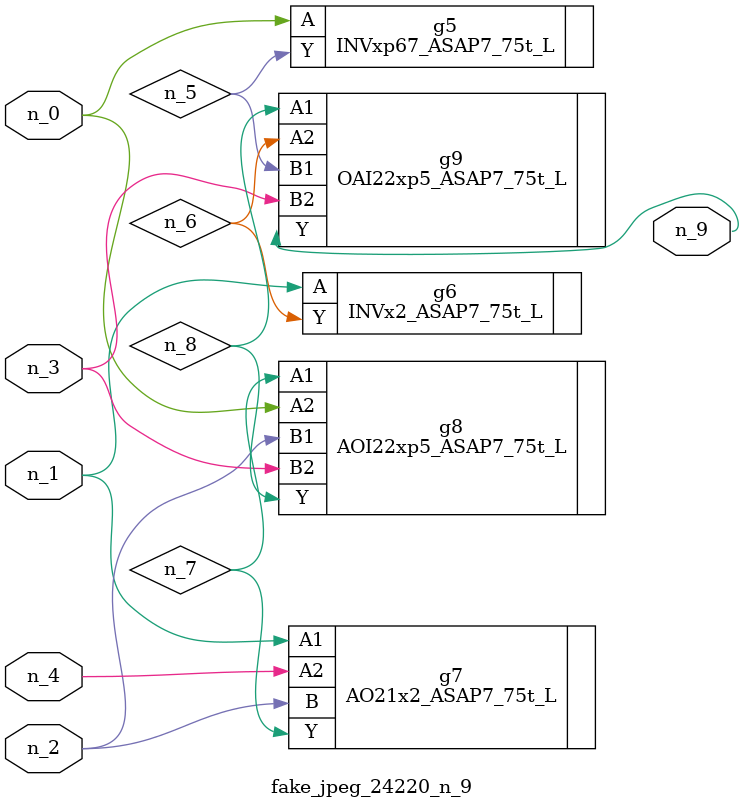
<source format=v>
module fake_jpeg_24220_n_9 (n_3, n_2, n_1, n_0, n_4, n_9);

input n_3;
input n_2;
input n_1;
input n_0;
input n_4;

output n_9;

wire n_8;
wire n_6;
wire n_5;
wire n_7;

INVxp67_ASAP7_75t_L g5 ( 
.A(n_0),
.Y(n_5)
);

INVx2_ASAP7_75t_L g6 ( 
.A(n_1),
.Y(n_6)
);

AO21x2_ASAP7_75t_L g7 ( 
.A1(n_1),
.A2(n_4),
.B(n_2),
.Y(n_7)
);

AOI22xp5_ASAP7_75t_L g8 ( 
.A1(n_7),
.A2(n_0),
.B1(n_2),
.B2(n_3),
.Y(n_8)
);

OAI22xp5_ASAP7_75t_L g9 ( 
.A1(n_8),
.A2(n_6),
.B1(n_5),
.B2(n_3),
.Y(n_9)
);


endmodule
</source>
